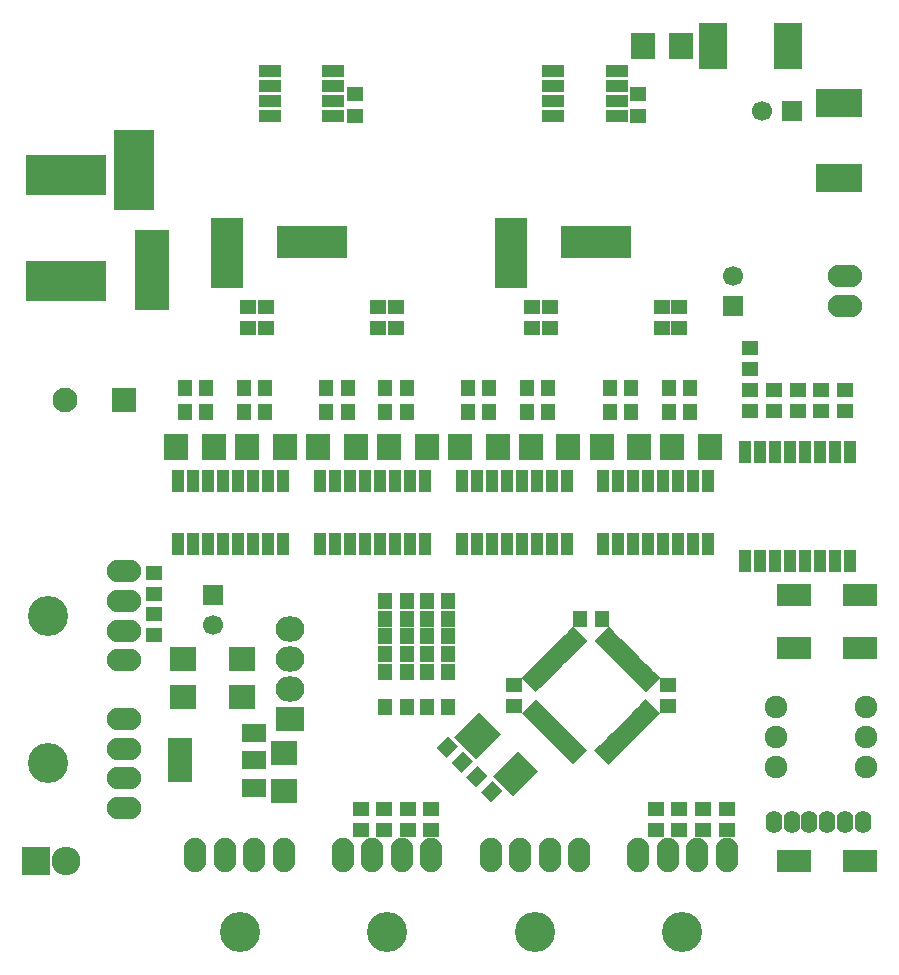
<source format=gbr>
G04 #@! TF.FileFunction,Soldermask,Top*
%FSLAX46Y46*%
G04 Gerber Fmt 4.6, Leading zero omitted, Abs format (unit mm)*
G04 Created by KiCad (PCBNEW 4.0.7) date 04/16/18 17:57:04*
%MOMM*%
%LPD*%
G01*
G04 APERTURE LIST*
%ADD10C,0.100000*%
%ADD11C,1.700000*%
%ADD12R,1.700000X1.700000*%
%ADD13O,1.900000X2.900000*%
%ADD14C,3.400000*%
%ADD15O,2.900000X1.900000*%
%ADD16C,2.100000*%
%ADD17R,2.100000X2.100000*%
%ADD18R,1.000000X1.900000*%
%ADD19R,2.000000X2.200000*%
%ADD20R,1.200000X1.400000*%
%ADD21R,1.400000X1.200000*%
%ADD22R,2.200000X2.000000*%
%ADD23R,3.000000X1.900000*%
%ADD24O,1.400000X1.924000*%
%ADD25C,1.924000*%
%ADD26R,3.400000X6.900000*%
%ADD27R,6.851600X3.400000*%
%ADD28R,2.100000X1.600000*%
%ADD29R,2.100000X3.700000*%
%ADD30R,1.950000X1.000000*%
%ADD31R,2.900000X6.900000*%
%ADD32R,2.400000X3.900000*%
%ADD33R,2.432000X2.127200*%
%ADD34O,2.432000X2.127200*%
%ADD35R,3.900000X2.400000*%
%ADD36R,2.800000X5.900000*%
%ADD37R,5.900000X2.800000*%
%ADD38R,2.432000X2.432000*%
%ADD39O,2.432000X2.432000*%
G04 APERTURE END LIST*
D10*
D11*
X63000000Y-9000000D03*
D12*
X65500000Y-9000000D03*
D13*
X52500000Y-72000000D03*
X55000000Y-72000000D03*
X57500000Y-72000000D03*
X60000000Y-72000000D03*
D14*
X56250000Y-78500000D03*
D13*
X15000000Y-72000000D03*
X17500000Y-72000000D03*
X20000000Y-72000000D03*
X22500000Y-72000000D03*
D14*
X18750000Y-78500000D03*
D15*
X9000000Y-60500000D03*
X9000000Y-63000000D03*
X9000000Y-65500000D03*
X9000000Y-68000000D03*
D14*
X2500000Y-64250000D03*
D16*
X4000000Y-33500000D03*
D17*
X9000000Y-33500000D03*
D18*
X25555000Y-45700000D03*
X26825000Y-45700000D03*
X28095000Y-45700000D03*
X29365000Y-45700000D03*
X30635000Y-45700000D03*
X31905000Y-45700000D03*
X33175000Y-45700000D03*
X34445000Y-45700000D03*
X34445000Y-40300000D03*
X33175000Y-40300000D03*
X31905000Y-40300000D03*
X30635000Y-40300000D03*
X29365000Y-40300000D03*
X28095000Y-40300000D03*
X26825000Y-40300000D03*
X25555000Y-40300000D03*
D10*
G36*
X43108311Y-60462221D02*
X42648692Y-60002602D01*
X43850773Y-58800521D01*
X44310392Y-59260140D01*
X43108311Y-60462221D01*
X43108311Y-60462221D01*
G37*
G36*
X43461864Y-60815774D02*
X43002245Y-60356155D01*
X44204326Y-59154074D01*
X44663945Y-59613693D01*
X43461864Y-60815774D01*
X43461864Y-60815774D01*
G37*
G36*
X43815418Y-61169328D02*
X43355799Y-60709709D01*
X44557880Y-59507628D01*
X45017499Y-59967247D01*
X43815418Y-61169328D01*
X43815418Y-61169328D01*
G37*
G36*
X44168971Y-61522881D02*
X43709352Y-61063262D01*
X44911433Y-59861181D01*
X45371052Y-60320800D01*
X44168971Y-61522881D01*
X44168971Y-61522881D01*
G37*
G36*
X44522524Y-61876434D02*
X44062905Y-61416815D01*
X45264986Y-60214734D01*
X45724605Y-60674353D01*
X44522524Y-61876434D01*
X44522524Y-61876434D01*
G37*
G36*
X44876078Y-62229988D02*
X44416459Y-61770369D01*
X45618540Y-60568288D01*
X46078159Y-61027907D01*
X44876078Y-62229988D01*
X44876078Y-62229988D01*
G37*
G36*
X45229631Y-62583541D02*
X44770012Y-62123922D01*
X45972093Y-60921841D01*
X46431712Y-61381460D01*
X45229631Y-62583541D01*
X45229631Y-62583541D01*
G37*
G36*
X45583185Y-62937095D02*
X45123566Y-62477476D01*
X46325647Y-61275395D01*
X46785266Y-61735014D01*
X45583185Y-62937095D01*
X45583185Y-62937095D01*
G37*
G36*
X45936738Y-63290648D02*
X45477119Y-62831029D01*
X46679200Y-61628948D01*
X47138819Y-62088567D01*
X45936738Y-63290648D01*
X45936738Y-63290648D01*
G37*
G36*
X46290291Y-63644201D02*
X45830672Y-63184582D01*
X47032753Y-61982501D01*
X47492372Y-62442120D01*
X46290291Y-63644201D01*
X46290291Y-63644201D01*
G37*
G36*
X46643845Y-63997755D02*
X46184226Y-63538136D01*
X47386307Y-62336055D01*
X47845926Y-62795674D01*
X46643845Y-63997755D01*
X46643845Y-63997755D01*
G37*
G36*
X46997398Y-64351308D02*
X46537779Y-63891689D01*
X47739860Y-62689608D01*
X48199479Y-63149227D01*
X46997398Y-64351308D01*
X46997398Y-64351308D01*
G37*
G36*
X50462221Y-63891689D02*
X50002602Y-64351308D01*
X48800521Y-63149227D01*
X49260140Y-62689608D01*
X50462221Y-63891689D01*
X50462221Y-63891689D01*
G37*
G36*
X50815774Y-63538136D02*
X50356155Y-63997755D01*
X49154074Y-62795674D01*
X49613693Y-62336055D01*
X50815774Y-63538136D01*
X50815774Y-63538136D01*
G37*
G36*
X51169328Y-63184582D02*
X50709709Y-63644201D01*
X49507628Y-62442120D01*
X49967247Y-61982501D01*
X51169328Y-63184582D01*
X51169328Y-63184582D01*
G37*
G36*
X51522881Y-62831029D02*
X51063262Y-63290648D01*
X49861181Y-62088567D01*
X50320800Y-61628948D01*
X51522881Y-62831029D01*
X51522881Y-62831029D01*
G37*
G36*
X51876434Y-62477476D02*
X51416815Y-62937095D01*
X50214734Y-61735014D01*
X50674353Y-61275395D01*
X51876434Y-62477476D01*
X51876434Y-62477476D01*
G37*
G36*
X52229988Y-62123922D02*
X51770369Y-62583541D01*
X50568288Y-61381460D01*
X51027907Y-60921841D01*
X52229988Y-62123922D01*
X52229988Y-62123922D01*
G37*
G36*
X52583541Y-61770369D02*
X52123922Y-62229988D01*
X50921841Y-61027907D01*
X51381460Y-60568288D01*
X52583541Y-61770369D01*
X52583541Y-61770369D01*
G37*
G36*
X52937095Y-61416815D02*
X52477476Y-61876434D01*
X51275395Y-60674353D01*
X51735014Y-60214734D01*
X52937095Y-61416815D01*
X52937095Y-61416815D01*
G37*
G36*
X53290648Y-61063262D02*
X52831029Y-61522881D01*
X51628948Y-60320800D01*
X52088567Y-59861181D01*
X53290648Y-61063262D01*
X53290648Y-61063262D01*
G37*
G36*
X53644201Y-60709709D02*
X53184582Y-61169328D01*
X51982501Y-59967247D01*
X52442120Y-59507628D01*
X53644201Y-60709709D01*
X53644201Y-60709709D01*
G37*
G36*
X53997755Y-60356155D02*
X53538136Y-60815774D01*
X52336055Y-59613693D01*
X52795674Y-59154074D01*
X53997755Y-60356155D01*
X53997755Y-60356155D01*
G37*
G36*
X54351308Y-60002602D02*
X53891689Y-60462221D01*
X52689608Y-59260140D01*
X53149227Y-58800521D01*
X54351308Y-60002602D01*
X54351308Y-60002602D01*
G37*
G36*
X53149227Y-58199479D02*
X52689608Y-57739860D01*
X53891689Y-56537779D01*
X54351308Y-56997398D01*
X53149227Y-58199479D01*
X53149227Y-58199479D01*
G37*
G36*
X52795674Y-57845926D02*
X52336055Y-57386307D01*
X53538136Y-56184226D01*
X53997755Y-56643845D01*
X52795674Y-57845926D01*
X52795674Y-57845926D01*
G37*
G36*
X52442120Y-57492372D02*
X51982501Y-57032753D01*
X53184582Y-55830672D01*
X53644201Y-56290291D01*
X52442120Y-57492372D01*
X52442120Y-57492372D01*
G37*
G36*
X52088567Y-57138819D02*
X51628948Y-56679200D01*
X52831029Y-55477119D01*
X53290648Y-55936738D01*
X52088567Y-57138819D01*
X52088567Y-57138819D01*
G37*
G36*
X51735014Y-56785266D02*
X51275395Y-56325647D01*
X52477476Y-55123566D01*
X52937095Y-55583185D01*
X51735014Y-56785266D01*
X51735014Y-56785266D01*
G37*
G36*
X51381460Y-56431712D02*
X50921841Y-55972093D01*
X52123922Y-54770012D01*
X52583541Y-55229631D01*
X51381460Y-56431712D01*
X51381460Y-56431712D01*
G37*
G36*
X51027907Y-56078159D02*
X50568288Y-55618540D01*
X51770369Y-54416459D01*
X52229988Y-54876078D01*
X51027907Y-56078159D01*
X51027907Y-56078159D01*
G37*
G36*
X50674353Y-55724605D02*
X50214734Y-55264986D01*
X51416815Y-54062905D01*
X51876434Y-54522524D01*
X50674353Y-55724605D01*
X50674353Y-55724605D01*
G37*
G36*
X50320800Y-55371052D02*
X49861181Y-54911433D01*
X51063262Y-53709352D01*
X51522881Y-54168971D01*
X50320800Y-55371052D01*
X50320800Y-55371052D01*
G37*
G36*
X49967247Y-55017499D02*
X49507628Y-54557880D01*
X50709709Y-53355799D01*
X51169328Y-53815418D01*
X49967247Y-55017499D01*
X49967247Y-55017499D01*
G37*
G36*
X49613693Y-54663945D02*
X49154074Y-54204326D01*
X50356155Y-53002245D01*
X50815774Y-53461864D01*
X49613693Y-54663945D01*
X49613693Y-54663945D01*
G37*
G36*
X49260140Y-54310392D02*
X48800521Y-53850773D01*
X50002602Y-52648692D01*
X50462221Y-53108311D01*
X49260140Y-54310392D01*
X49260140Y-54310392D01*
G37*
G36*
X48199479Y-53850773D02*
X47739860Y-54310392D01*
X46537779Y-53108311D01*
X46997398Y-52648692D01*
X48199479Y-53850773D01*
X48199479Y-53850773D01*
G37*
G36*
X47845926Y-54204326D02*
X47386307Y-54663945D01*
X46184226Y-53461864D01*
X46643845Y-53002245D01*
X47845926Y-54204326D01*
X47845926Y-54204326D01*
G37*
G36*
X47492372Y-54557880D02*
X47032753Y-55017499D01*
X45830672Y-53815418D01*
X46290291Y-53355799D01*
X47492372Y-54557880D01*
X47492372Y-54557880D01*
G37*
G36*
X47138819Y-54911433D02*
X46679200Y-55371052D01*
X45477119Y-54168971D01*
X45936738Y-53709352D01*
X47138819Y-54911433D01*
X47138819Y-54911433D01*
G37*
G36*
X46785266Y-55264986D02*
X46325647Y-55724605D01*
X45123566Y-54522524D01*
X45583185Y-54062905D01*
X46785266Y-55264986D01*
X46785266Y-55264986D01*
G37*
G36*
X46431712Y-55618540D02*
X45972093Y-56078159D01*
X44770012Y-54876078D01*
X45229631Y-54416459D01*
X46431712Y-55618540D01*
X46431712Y-55618540D01*
G37*
G36*
X46078159Y-55972093D02*
X45618540Y-56431712D01*
X44416459Y-55229631D01*
X44876078Y-54770012D01*
X46078159Y-55972093D01*
X46078159Y-55972093D01*
G37*
G36*
X45724605Y-56325647D02*
X45264986Y-56785266D01*
X44062905Y-55583185D01*
X44522524Y-55123566D01*
X45724605Y-56325647D01*
X45724605Y-56325647D01*
G37*
G36*
X45371052Y-56679200D02*
X44911433Y-57138819D01*
X43709352Y-55936738D01*
X44168971Y-55477119D01*
X45371052Y-56679200D01*
X45371052Y-56679200D01*
G37*
G36*
X45017499Y-57032753D02*
X44557880Y-57492372D01*
X43355799Y-56290291D01*
X43815418Y-55830672D01*
X45017499Y-57032753D01*
X45017499Y-57032753D01*
G37*
G36*
X44663945Y-57386307D02*
X44204326Y-57845926D01*
X43002245Y-56643845D01*
X43461864Y-56184226D01*
X44663945Y-57386307D01*
X44663945Y-57386307D01*
G37*
G36*
X44310392Y-57739860D02*
X43850773Y-58199479D01*
X42648692Y-56997398D01*
X43108311Y-56537779D01*
X44310392Y-57739860D01*
X44310392Y-57739860D01*
G37*
D11*
X16500000Y-52500000D03*
D12*
X16500000Y-50000000D03*
D19*
X25400000Y-37500000D03*
X28600000Y-37500000D03*
X31400000Y-37500000D03*
X34600000Y-37500000D03*
X13400000Y-37500000D03*
X16600000Y-37500000D03*
X19400000Y-37500000D03*
X22600000Y-37500000D03*
X49400000Y-37500000D03*
X52600000Y-37500000D03*
X55400000Y-37500000D03*
X58600000Y-37500000D03*
X37400000Y-37500000D03*
X40600000Y-37500000D03*
X43400000Y-37500000D03*
X46600000Y-37500000D03*
D18*
X13555000Y-45700000D03*
X14825000Y-45700000D03*
X16095000Y-45700000D03*
X17365000Y-45700000D03*
X18635000Y-45700000D03*
X19905000Y-45700000D03*
X21175000Y-45700000D03*
X22445000Y-45700000D03*
X22445000Y-40300000D03*
X21175000Y-40300000D03*
X19905000Y-40300000D03*
X18635000Y-40300000D03*
X17365000Y-40300000D03*
X16095000Y-40300000D03*
X14825000Y-40300000D03*
X13555000Y-40300000D03*
X49555000Y-45700000D03*
X50825000Y-45700000D03*
X52095000Y-45700000D03*
X53365000Y-45700000D03*
X54635000Y-45700000D03*
X55905000Y-45700000D03*
X57175000Y-45700000D03*
X58445000Y-45700000D03*
X58445000Y-40300000D03*
X57175000Y-40300000D03*
X55905000Y-40300000D03*
X54635000Y-40300000D03*
X53365000Y-40300000D03*
X52095000Y-40300000D03*
X50825000Y-40300000D03*
X49555000Y-40300000D03*
X37555000Y-45700000D03*
X38825000Y-45700000D03*
X40095000Y-45700000D03*
X41365000Y-45700000D03*
X42635000Y-45700000D03*
X43905000Y-45700000D03*
X45175000Y-45700000D03*
X46445000Y-45700000D03*
X46445000Y-40300000D03*
X45175000Y-40300000D03*
X43905000Y-40300000D03*
X42635000Y-40300000D03*
X41365000Y-40300000D03*
X40095000Y-40300000D03*
X38825000Y-40300000D03*
X37555000Y-40300000D03*
D10*
G36*
X35444365Y-62934315D02*
X36434315Y-61944365D01*
X37282843Y-62792893D01*
X36292893Y-63782843D01*
X35444365Y-62934315D01*
X35444365Y-62934315D01*
G37*
G36*
X36717157Y-64207107D02*
X37707107Y-63217157D01*
X38555635Y-64065685D01*
X37565685Y-65055635D01*
X36717157Y-64207107D01*
X36717157Y-64207107D01*
G37*
G36*
X41055635Y-66565685D02*
X40065685Y-67555635D01*
X39217157Y-66707107D01*
X40207107Y-65717157D01*
X41055635Y-66565685D01*
X41055635Y-66565685D01*
G37*
G36*
X39782843Y-65292893D02*
X38792893Y-66282843D01*
X37944365Y-65434315D01*
X38934315Y-64444365D01*
X39782843Y-65292893D01*
X39782843Y-65292893D01*
G37*
D20*
X49400000Y-52000000D03*
X47600000Y-52000000D03*
D21*
X42000000Y-57600000D03*
X42000000Y-59400000D03*
D20*
X32900000Y-52000000D03*
X31100000Y-52000000D03*
D21*
X55000000Y-59400000D03*
X55000000Y-57600000D03*
X30500000Y-27400000D03*
X30500000Y-25600000D03*
X19500000Y-27400000D03*
X19500000Y-25600000D03*
X56000000Y-27400000D03*
X56000000Y-25600000D03*
X43500000Y-27400000D03*
X43500000Y-25600000D03*
D20*
X32900000Y-59500000D03*
X31100000Y-59500000D03*
D21*
X11500000Y-49900000D03*
X11500000Y-48100000D03*
X62000000Y-32600000D03*
X62000000Y-34400000D03*
D20*
X26100000Y-32500000D03*
X27900000Y-32500000D03*
X14100000Y-32500000D03*
X15900000Y-32500000D03*
X31100000Y-32500000D03*
X32900000Y-32500000D03*
X50100000Y-32500000D03*
X51900000Y-32500000D03*
X38100000Y-32500000D03*
X39900000Y-32500000D03*
X43100000Y-32500000D03*
X44900000Y-32500000D03*
X19100000Y-32500000D03*
X20900000Y-32500000D03*
X55100000Y-32500000D03*
X56900000Y-32500000D03*
D22*
X22500000Y-63400000D03*
X22500000Y-66600000D03*
D20*
X32900000Y-50500000D03*
X31100000Y-50500000D03*
X36400000Y-52000000D03*
X34600000Y-52000000D03*
X36400000Y-59500000D03*
X34600000Y-59500000D03*
D21*
X11500000Y-53400000D03*
X11500000Y-51600000D03*
X62000000Y-29100000D03*
X62000000Y-30900000D03*
D20*
X36400000Y-50500000D03*
X34600000Y-50500000D03*
D22*
X14000000Y-55400000D03*
X14000000Y-58600000D03*
X19000000Y-55400000D03*
X19000000Y-58600000D03*
D23*
X71300000Y-72500000D03*
X65700000Y-72500000D03*
X71300000Y-54500000D03*
X65700000Y-54500000D03*
X71300000Y-50000000D03*
X65700000Y-50000000D03*
D24*
X71500000Y-69250000D03*
X70000000Y-69250000D03*
X68500000Y-69250000D03*
X67000000Y-69250000D03*
X65500000Y-69250000D03*
X64000000Y-69250000D03*
D25*
X71810000Y-64540000D03*
X71810000Y-62000000D03*
X71810000Y-59460000D03*
X64190000Y-59460000D03*
X64190000Y-62000000D03*
X64190000Y-64540000D03*
D10*
G36*
X36893755Y-62015075D02*
X39015075Y-59893755D01*
X40853553Y-61732233D01*
X38732233Y-63853553D01*
X36893755Y-62015075D01*
X36893755Y-62015075D01*
G37*
G36*
X40217158Y-65338478D02*
X42338478Y-63217158D01*
X44035534Y-64914214D01*
X41914214Y-67035534D01*
X40217158Y-65338478D01*
X40217158Y-65338478D01*
G37*
D15*
X9000000Y-48000000D03*
X9000000Y-50500000D03*
X9000000Y-53000000D03*
X9000000Y-55500000D03*
D14*
X2500000Y-51750000D03*
D26*
X9800000Y-14000000D03*
D27*
X4100000Y-14400000D03*
D20*
X27900000Y-34500000D03*
X26100000Y-34500000D03*
X15900000Y-34500000D03*
X14100000Y-34500000D03*
X51900000Y-34500000D03*
X50100000Y-34500000D03*
X39900000Y-34500000D03*
X38100000Y-34500000D03*
X32900000Y-34500000D03*
X31100000Y-34500000D03*
X20900000Y-34500000D03*
X19100000Y-34500000D03*
X56900000Y-34500000D03*
X55100000Y-34500000D03*
X44900000Y-34500000D03*
X43100000Y-34500000D03*
D28*
X20000000Y-66300000D03*
X20000000Y-64000000D03*
X20000000Y-61700000D03*
D29*
X13700000Y-64000000D03*
D13*
X27500000Y-72000000D03*
X30000000Y-72000000D03*
X32500000Y-72000000D03*
X35000000Y-72000000D03*
D14*
X31250000Y-78500000D03*
D19*
X52900000Y-3500000D03*
X56100000Y-3500000D03*
D21*
X31000000Y-68100000D03*
X31000000Y-69900000D03*
X35000000Y-68100000D03*
X35000000Y-69900000D03*
X29000000Y-69900000D03*
X29000000Y-68100000D03*
X33000000Y-69900000D03*
X33000000Y-68100000D03*
X54000000Y-69900000D03*
X54000000Y-68100000D03*
X56000000Y-68100000D03*
X56000000Y-69900000D03*
X58000000Y-69900000D03*
X58000000Y-68100000D03*
X60000000Y-68100000D03*
X60000000Y-69900000D03*
D18*
X70445000Y-37850000D03*
X69175000Y-37850000D03*
X67905000Y-37850000D03*
X66635000Y-37850000D03*
X65365000Y-37850000D03*
X64095000Y-37850000D03*
X62825000Y-37850000D03*
X61555000Y-37850000D03*
X61555000Y-47150000D03*
X62825000Y-47150000D03*
X64095000Y-47150000D03*
X65365000Y-47150000D03*
X66635000Y-47150000D03*
X67905000Y-47150000D03*
X69175000Y-47150000D03*
X70445000Y-47150000D03*
D30*
X45300000Y-5595000D03*
X45300000Y-6865000D03*
X45300000Y-8135000D03*
X45300000Y-9405000D03*
X50700000Y-9405000D03*
X50700000Y-8135000D03*
X50700000Y-6865000D03*
X50700000Y-5595000D03*
X21300000Y-5595000D03*
X21300000Y-6865000D03*
X21300000Y-8135000D03*
X21300000Y-9405000D03*
X26700000Y-9405000D03*
X26700000Y-8135000D03*
X26700000Y-6865000D03*
X26700000Y-5595000D03*
D21*
X70000000Y-34400000D03*
X70000000Y-32600000D03*
X52500000Y-9400000D03*
X52500000Y-7600000D03*
X28500000Y-9400000D03*
X28500000Y-7600000D03*
D13*
X40000000Y-72000000D03*
X42500000Y-72000000D03*
X45000000Y-72000000D03*
X47500000Y-72000000D03*
D14*
X43750000Y-78500000D03*
D21*
X64000000Y-32600000D03*
X64000000Y-34400000D03*
D31*
X11300000Y-22500000D03*
D27*
X4100000Y-23400000D03*
D21*
X68000000Y-34400000D03*
X68000000Y-32600000D03*
X66000000Y-34400000D03*
X66000000Y-32600000D03*
D20*
X36400000Y-56500000D03*
X34600000Y-56500000D03*
X36400000Y-55000000D03*
X34600000Y-55000000D03*
X36400000Y-53500000D03*
X34600000Y-53500000D03*
X32900000Y-56500000D03*
X31100000Y-56500000D03*
X32900000Y-55000000D03*
X31100000Y-55000000D03*
X32900000Y-53500000D03*
X31100000Y-53500000D03*
D32*
X65150000Y-3500000D03*
X58850000Y-3500000D03*
D33*
X23000000Y-60500000D03*
D34*
X23000000Y-57960000D03*
X23000000Y-55420000D03*
X23000000Y-52880000D03*
D35*
X69500000Y-14650000D03*
X69500000Y-8350000D03*
D36*
X41700000Y-21000000D03*
D37*
X48900000Y-20100000D03*
D36*
X17700000Y-21000000D03*
D37*
X24900000Y-20100000D03*
D15*
X70000000Y-25500000D03*
X70000000Y-23000000D03*
D11*
X60500000Y-23000000D03*
D12*
X60500000Y-25500000D03*
D38*
X1500000Y-72500000D03*
D39*
X4040000Y-72500000D03*
D21*
X54500000Y-25600000D03*
X54500000Y-27400000D03*
X45000000Y-25600000D03*
X45000000Y-27400000D03*
X32000000Y-25600000D03*
X32000000Y-27400000D03*
X21000000Y-25600000D03*
X21000000Y-27400000D03*
M02*

</source>
